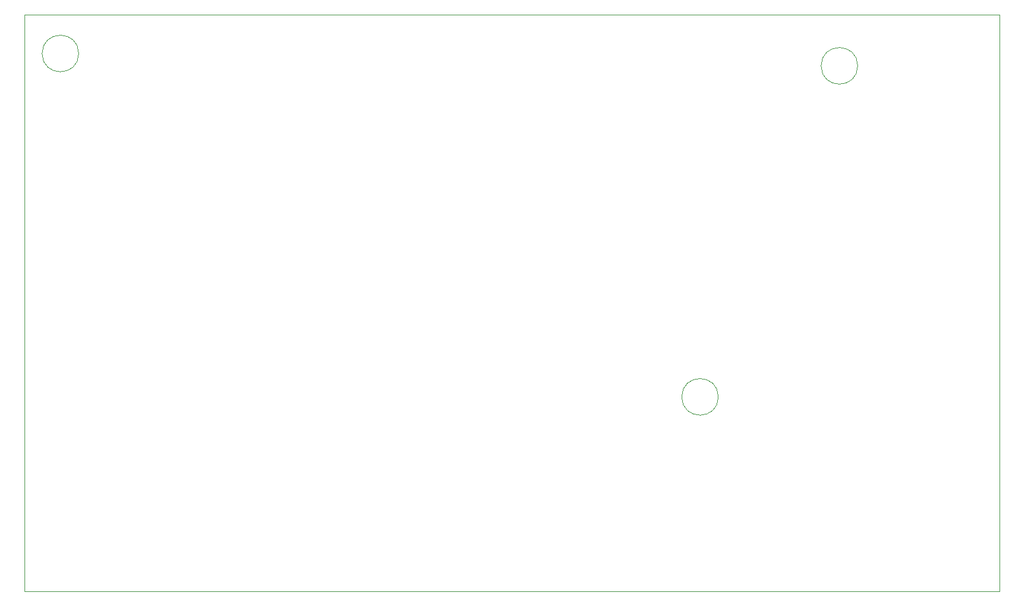
<source format=gm1>
G04 #@! TF.GenerationSoftware,KiCad,Pcbnew,(5.1.4-0-10_14)*
G04 #@! TF.CreationDate,2019-11-10T17:55:19-05:00*
G04 #@! TF.ProjectId,power_source,706f7765-725f-4736-9f75-7263652e6b69,1*
G04 #@! TF.SameCoordinates,Original*
G04 #@! TF.FileFunction,Profile,NP*
%FSLAX46Y46*%
G04 Gerber Fmt 4.6, Leading zero omitted, Abs format (unit mm)*
G04 Created by KiCad (PCBNEW (5.1.4-0-10_14)) date 2019-11-10 17:55:19*
%MOMM*%
%LPD*%
G04 APERTURE LIST*
%ADD10C,0.050000*%
G04 APERTURE END LIST*
D10*
X121363741Y-168701720D02*
G75*
G03X121363741Y-168701720I-2530535J0D01*
G01*
X32936875Y-121206260D02*
G75*
G03X32936875Y-121206260I-2530535J0D01*
G01*
X140627795Y-122913140D02*
G75*
G03X140627795Y-122913140I-2530535J0D01*
G01*
X160197800Y-195605400D02*
X25450800Y-195605400D01*
X160197800Y-115824000D02*
X160197800Y-195605400D01*
X25450800Y-115824000D02*
X160197800Y-115824000D01*
X25450800Y-195605400D02*
X25450800Y-115824000D01*
M02*

</source>
